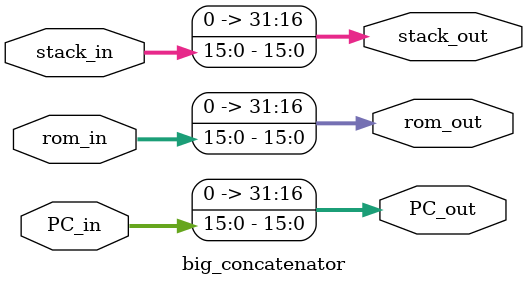
<source format=v>
module concatenate(a, out);
	

	parameter M = 8;
	parameter O = 8;
	
	input [M-7:0]a;
	output [O-5:0]out;
	
	
	assign out = {2'b00, a};

endmodule

module concatenate_reverse(a, out);
	

	parameter M = 8;
	parameter O = 8;
	
	input [M-7:0]a;
	output [O-5:0]out;
	
	
	assign out = {a, 2'b00};

endmodule

///////////////////////////////////

module concatenate_4bit(a, out);
	

	parameter M = 8;
	parameter O = 8;
	
	input [M-7:0]a;
	output [O-5:0]out;
	
	
	assign out = {4'b0000, a};

endmodule

module concatenate_reverse_4bit(a, out);
	

	parameter M = 8;
	parameter O = 8;
	
	input [M-7:0]a;
	output [O-5:0]out;
	
	
	assign out = {a, 4'b0000};

endmodule

///////////////////////////////////

module concatenate_8bit(a, out);
	

	parameter M = 8;
	parameter O = 8;
	
	input [M-7:0]a;
	output [O-5:0]out;
	
	
	assign out = {8'b00000000, a};

endmodule

module concatenate_reverse_8bit(a, out);
	

	parameter M = 8;
	parameter O = 8;
	
	input [M-7:0]a;
	output [O-5:0]out;
	
	
	assign out = {a, 8'b00000000};

endmodule

///////////////////////////////////
module concatenate_16bit_z(a, out);
	

	parameter M = 16;
	parameter O = 32;
	
	input [M-1:0]a;
	output [O-1:0]out;
	
	
	assign out = {16'b0000000000000000, a};

endmodule


module big_concatenator (stack_in, PC_in, rom_in, stack_out, PC_out, rom_out);
	input [15:0]stack_in, PC_in, rom_in;
	output [31:0]stack_out, PC_out, rom_out;
	
	assign stack_out = {16'b0000000000000000, stack_in}; 
	assign PC_out = {16'b0000000000000000, PC_in};
	assign rom_out = {16'b0000000000000000, rom_in};
	
endmodule


	
	
	
</source>
